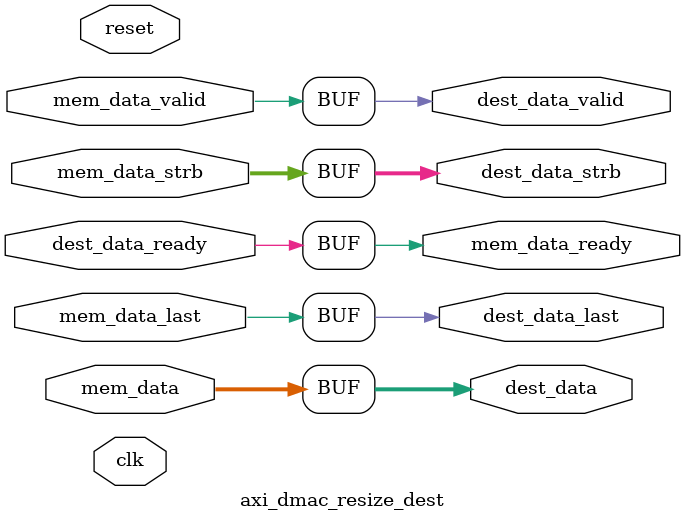
<source format=v>

module axi_dmac_resize_dest #(
  parameter DATA_WIDTH_DEST = 64,
  parameter DATA_WIDTH_MEM = 64
) (
  input clk,
  input reset,

  input mem_data_valid,
  output mem_data_ready,
  input [DATA_WIDTH_MEM-1:0] mem_data,
  input [DATA_WIDTH_MEM/8-1:0] mem_data_strb,
  input mem_data_last,

  output dest_data_valid,
  input dest_data_ready,
  output [DATA_WIDTH_DEST-1:0] dest_data,
  output [DATA_WIDTH_DEST/8-1:0] dest_data_strb,
  output dest_data_last
);

/*
 * Resize the data width between the burst memory and the destination interface
 * if necessary.
 */

generate if (DATA_WIDTH_DEST == DATA_WIDTH_MEM)  begin
  assign dest_data_valid = mem_data_valid;
  assign dest_data = mem_data;
  assign dest_data_strb = mem_data_strb;
  assign dest_data_last = mem_data_last;
  assign mem_data_ready = dest_data_ready;
end else begin

  localparam RATIO = DATA_WIDTH_MEM / DATA_WIDTH_DEST;
  localparam STRB_WIDTH_MEM = DATA_WIDTH_MEM / 8;
  localparam STRB_WIDTH_DEST = DATA_WIDTH_DEST / 8;

  reg [$clog2(RATIO)-1:0] count = 'h0;
  reg valid = 1'b0;
  reg [RATIO-1:0] last = 'h0;
  reg [DATA_WIDTH_MEM-1:0] data = 'h0;
  reg [STRB_WIDTH_MEM-1:0] strb = {STRB_WIDTH_MEM{1'b1}};

  wire last_beat;

  assign last_beat = count == RATIO - 1;

  always @(posedge clk) begin
    if (reset == 1'b1) begin
      valid <= 1'b0;
    end else if (mem_data_valid == 1'b1) begin
      valid <= 1'b1;
    end else if (last_beat == 1'b1 && dest_data_ready == 1'b1) begin
      valid <= 1'b0;
    end
  end

  always @(posedge clk) begin
    if (reset == 1'b1) begin
      count <= 'h0;
    end else if (dest_data_ready == 1'b1 && dest_data_valid == 1'b1) begin
      count <= count + 1;
    end
  end

  assign mem_data_ready = ~valid | (dest_data_ready & last_beat);

  always @(posedge clk) begin
    if (mem_data_ready == 1'b1) begin
      data <= mem_data;
      strb <= mem_data_strb;
      last <= {mem_data_last,{RATIO-1{1'b0}}};
    end else if (dest_data_ready == 1'b1) begin
      data[DATA_WIDTH_MEM-DATA_WIDTH_DEST-1:0] <= data[DATA_WIDTH_MEM-1:DATA_WIDTH_DEST];
      strb[STRB_WIDTH_MEM-STRB_WIDTH_DEST-1:0] <= strb[STRB_WIDTH_MEM-1:STRB_WIDTH_DEST];
      last[RATIO-2:0] <= last[RATIO-1:1];
    end
  end

  assign dest_data_valid = valid;
  assign dest_data = data[DATA_WIDTH_DEST-1:0];
  assign dest_data_strb = strb[STRB_WIDTH_DEST-1:0];
  assign dest_data_last = last[0];

end endgenerate

endmodule

</source>
